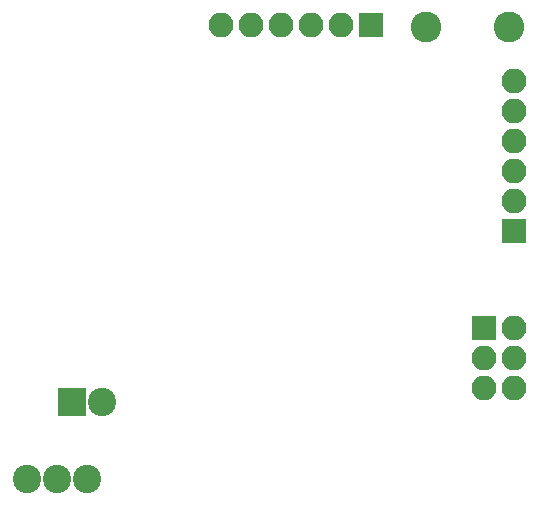
<source format=gbs>
G04 #@! TF.FileFunction,Soldermask,Bot*
%FSLAX46Y46*%
G04 Gerber Fmt 4.6, Leading zero omitted, Abs format (unit mm)*
G04 Created by KiCad (PCBNEW 4.0.7) date 10/19/18 11:12:39*
%MOMM*%
%LPD*%
G01*
G04 APERTURE LIST*
%ADD10C,0.100000*%
%ADD11R,2.400000X2.400000*%
%ADD12C,2.400000*%
%ADD13R,2.100000X2.100000*%
%ADD14O,2.100000X2.100000*%
%ADD15C,2.600000*%
G04 APERTURE END LIST*
D10*
D11*
X138480000Y-134770000D03*
D12*
X141020000Y-134770000D03*
D13*
X173350000Y-128500000D03*
D14*
X175890000Y-128500000D03*
X173350000Y-131040000D03*
X175890000Y-131040000D03*
X173350000Y-133580000D03*
X175890000Y-133580000D03*
D13*
X175900000Y-120275000D03*
D14*
X175900000Y-117735000D03*
X175900000Y-115195000D03*
X175900000Y-112655000D03*
X175900000Y-110115000D03*
X175900000Y-107575000D03*
D12*
X137200000Y-141250000D03*
X139740000Y-141250000D03*
X134660000Y-141250000D03*
D15*
X168475000Y-103000000D03*
X175475000Y-103000000D03*
D13*
X163750000Y-102800000D03*
D14*
X161210000Y-102800000D03*
X158670000Y-102800000D03*
X156130000Y-102800000D03*
X153590000Y-102800000D03*
X151050000Y-102800000D03*
M02*

</source>
